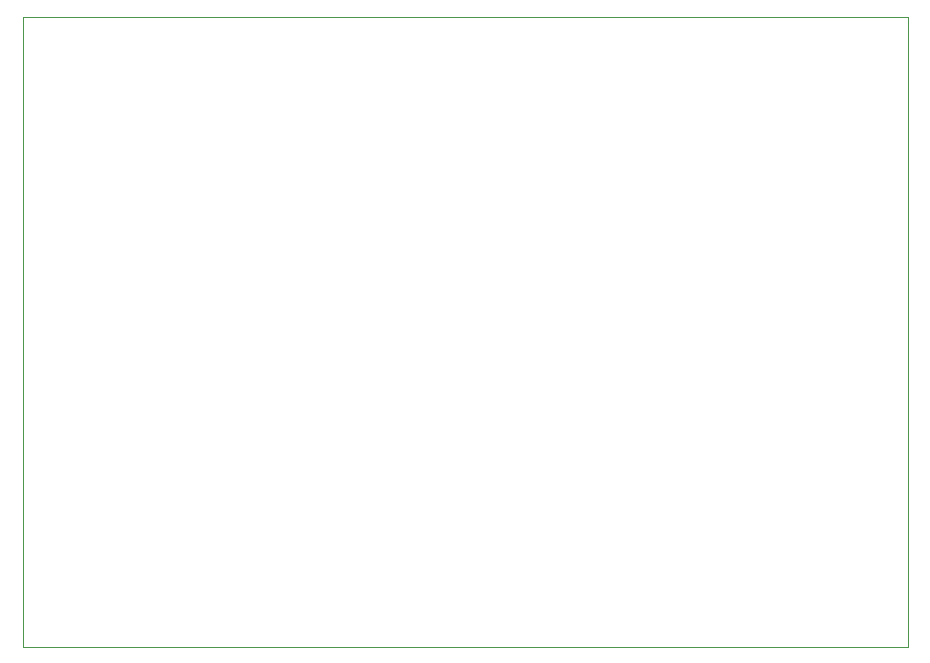
<source format=gbr>
G04 (created by PCBNEW (2013-07-07 BZR 4022)-stable) date 11/16/2016 1:12:14 AM*
%MOIN*%
G04 Gerber Fmt 3.4, Leading zero omitted, Abs format*
%FSLAX34Y34*%
G01*
G70*
G90*
G04 APERTURE LIST*
%ADD10C,0.00590551*%
%ADD11C,0.00393701*%
G04 APERTURE END LIST*
G54D10*
G54D11*
X57500Y-39000D02*
X57500Y-60000D01*
X87000Y-39000D02*
X57500Y-39000D01*
X87000Y-60000D02*
X87000Y-39000D01*
X57500Y-60000D02*
X87000Y-60000D01*
M02*

</source>
